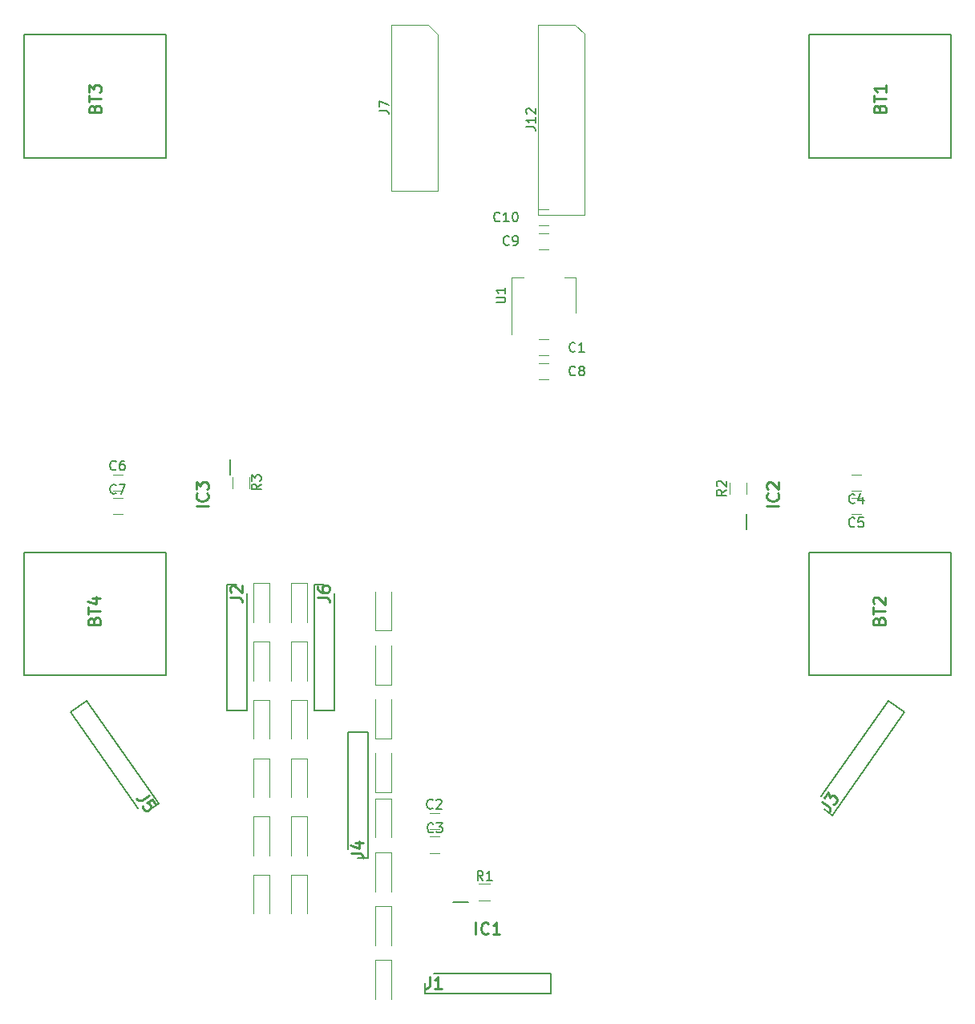
<source format=gto>
G04 #@! TF.GenerationSoftware,KiCad,Pcbnew,(5.0.0)*
G04 #@! TF.CreationDate,2019-01-07T17:19:25-08:00*
G04 #@! TF.ProjectId,Lights,4C69676874732E6B696361645F706362,rev?*
G04 #@! TF.SameCoordinates,Original*
G04 #@! TF.FileFunction,Legend,Top*
G04 #@! TF.FilePolarity,Positive*
%FSLAX46Y46*%
G04 Gerber Fmt 4.6, Leading zero omitted, Abs format (unit mm)*
G04 Created by KiCad (PCBNEW (5.0.0)) date 01/07/19 17:19:25*
%MOMM*%
%LPD*%
G01*
G04 APERTURE LIST*
%ADD10C,0.120000*%
%ADD11C,0.200000*%
%ADD12C,0.150000*%
%ADD13C,0.254000*%
G04 APERTURE END LIST*
D10*
G04 #@! TO.C,J12*
X57400000Y-140000D02*
X57400000Y-20200000D01*
X61300000Y-140000D02*
X57400000Y-140000D01*
X62300000Y-20200000D02*
X62300000Y-1140000D01*
X57400000Y-20200000D02*
X62300000Y-20200000D01*
X62300000Y-1140000D02*
X61300000Y-140000D01*
G04 #@! TO.C,D13*
X40171000Y-81191740D02*
X41871000Y-81191740D01*
X41871000Y-81141740D02*
X41871000Y-77091740D01*
X40171000Y-81141740D02*
X40171000Y-77091740D01*
D11*
G04 #@! TO.C,BT1*
X100997400Y-14201140D02*
X100997400Y-1201140D01*
X85997400Y-14201140D02*
X100997400Y-14201140D01*
X85997400Y-1201140D02*
X85997400Y-14201140D01*
X100997400Y-1201140D02*
X85997400Y-1201140D01*
G04 #@! TO.C,BT2*
X86005020Y-68880000D02*
X101005020Y-68880000D01*
X101005020Y-68880000D02*
X101005020Y-55880000D01*
X101005020Y-55880000D02*
X86005020Y-55880000D01*
X86005020Y-55880000D02*
X86005020Y-68880000D01*
G04 #@! TO.C,BT3*
X18137520Y-14201140D02*
X18137520Y-1201140D01*
X3137520Y-14201140D02*
X18137520Y-14201140D01*
X3137520Y-1201140D02*
X3137520Y-14201140D01*
X18137520Y-1201140D02*
X3137520Y-1201140D01*
G04 #@! TO.C,BT4*
X3137520Y-68880000D02*
X18137520Y-68880000D01*
X18137520Y-68880000D02*
X18137520Y-55880000D01*
X18137520Y-55880000D02*
X3137520Y-55880000D01*
X3137520Y-55880000D02*
X3137520Y-68880000D01*
D10*
G04 #@! TO.C,C1*
X58500000Y-33400000D02*
X57500000Y-33400000D01*
X57500000Y-35100000D02*
X58500000Y-35100000D01*
G04 #@! TO.C,C2*
X46944000Y-83400000D02*
X45944000Y-83400000D01*
X45944000Y-85100000D02*
X46944000Y-85100000D01*
G04 #@! TO.C,C3*
X46000000Y-87600000D02*
X47000000Y-87600000D01*
X47000000Y-85900000D02*
X46000000Y-85900000D01*
G04 #@! TO.C,C4*
X90500000Y-49350000D02*
X91500000Y-49350000D01*
X91500000Y-47650000D02*
X90500000Y-47650000D01*
G04 #@! TO.C,C5*
X91500000Y-50150000D02*
X90500000Y-50150000D01*
X90500000Y-51850000D02*
X91500000Y-51850000D01*
G04 #@! TO.C,C6*
X13500000Y-47650000D02*
X12500000Y-47650000D01*
X12500000Y-49350000D02*
X13500000Y-49350000D01*
G04 #@! TO.C,C7*
X12500000Y-51850000D02*
X13500000Y-51850000D01*
X13500000Y-50150000D02*
X12500000Y-50150000D01*
D11*
G04 #@! TO.C,IC1*
X48395000Y-92781000D02*
X49995000Y-92781000D01*
G04 #@! TO.C,IC2*
X79400000Y-53425000D02*
X79400000Y-51825000D01*
G04 #@! TO.C,IC3*
X24850000Y-46075000D02*
X24850000Y-47675000D01*
G04 #@! TO.C,J1*
X58710000Y-100318860D02*
X46355000Y-100318860D01*
X58710000Y-102418860D02*
X58710000Y-100318860D01*
X45430000Y-102418860D02*
X58710000Y-102418860D01*
X45430000Y-101368860D02*
X45430000Y-102418860D01*
G04 #@! TO.C,J2*
X25571018Y-59279000D02*
X24521018Y-59279000D01*
X24521018Y-59279000D02*
X24521018Y-72559000D01*
X24521018Y-72559000D02*
X26621018Y-72559000D01*
X26621018Y-72559000D02*
X26621018Y-60204000D01*
G04 #@! TO.C,J3*
X94392367Y-71532481D02*
X87305830Y-81653105D01*
X96112587Y-72736992D02*
X94392367Y-71532481D01*
X88495491Y-83615331D02*
X96112587Y-72736992D01*
X87635382Y-83013076D02*
X88495491Y-83615331D01*
G04 #@! TO.C,J4*
X38371018Y-88174000D02*
X39421018Y-88174000D01*
X39421018Y-88174000D02*
X39421018Y-74894000D01*
X39421018Y-74894000D02*
X37321018Y-74894000D01*
X37321018Y-74894000D02*
X37321018Y-87249000D01*
G04 #@! TO.C,J5*
X8027413Y-72736992D02*
X15113950Y-82857615D01*
X9747633Y-71532481D02*
X8027413Y-72736992D01*
X17364728Y-82410820D02*
X9747633Y-71532481D01*
X16504618Y-83013076D02*
X17364728Y-82410820D01*
G04 #@! TO.C,J6*
X34807220Y-59279000D02*
X33757220Y-59279000D01*
X33757220Y-59279000D02*
X33757220Y-72559000D01*
X33757220Y-72559000D02*
X35857220Y-72559000D01*
X35857220Y-72559000D02*
X35857220Y-60204000D01*
D10*
G04 #@! TO.C,J7*
X41900000Y-180000D02*
X41900000Y-17700000D01*
X45800000Y-180000D02*
X41900000Y-180000D01*
X46800000Y-17700000D02*
X46800000Y-1180000D01*
X41900000Y-17700000D02*
X46800000Y-17700000D01*
X46800000Y-1180000D02*
X45800000Y-180000D01*
G04 #@! TO.C,R1*
X51150000Y-90870000D02*
X52350000Y-90870000D01*
X52350000Y-92630000D02*
X51150000Y-92630000D01*
G04 #@! TO.C,R2*
X79380000Y-48500000D02*
X79380000Y-49700000D01*
X77620000Y-49700000D02*
X77620000Y-48500000D01*
G04 #@! TO.C,R3*
X26880000Y-47900000D02*
X26880000Y-49100000D01*
X25120000Y-49100000D02*
X25120000Y-47900000D01*
G04 #@! TO.C,U1*
X54590000Y-32850000D02*
X54590000Y-26840000D01*
X61410000Y-30600000D02*
X61410000Y-26840000D01*
X54590000Y-26840000D02*
X55850000Y-26840000D01*
X61410000Y-26840000D02*
X60150000Y-26840000D01*
G04 #@! TO.C,C8*
X58500000Y-35900000D02*
X57500000Y-35900000D01*
X57500000Y-37600000D02*
X58500000Y-37600000D01*
G04 #@! TO.C,C9*
X57500000Y-23850000D02*
X58500000Y-23850000D01*
X58500000Y-22150000D02*
X57500000Y-22150000D01*
G04 #@! TO.C,C10*
X58500000Y-19650000D02*
X57500000Y-19650000D01*
X57500000Y-21350000D02*
X58500000Y-21350000D01*
G04 #@! TO.C,D1*
X29071000Y-59139100D02*
X27371000Y-59139100D01*
X27371000Y-59189100D02*
X27371000Y-63239100D01*
X29071000Y-59189100D02*
X29071000Y-63239100D01*
G04 #@! TO.C,D2*
X29071000Y-65296060D02*
X27371000Y-65296060D01*
X27371000Y-65346060D02*
X27371000Y-69396060D01*
X29071000Y-65346060D02*
X29071000Y-69396060D01*
G04 #@! TO.C,D3*
X29071000Y-71503020D02*
X29071000Y-75553020D01*
X27371000Y-71503020D02*
X27371000Y-75553020D01*
X29071000Y-71453020D02*
X27371000Y-71453020D01*
G04 #@! TO.C,D4*
X29071000Y-77609980D02*
X27371000Y-77609980D01*
X27371000Y-77659980D02*
X27371000Y-81709980D01*
X29071000Y-77659980D02*
X29071000Y-81709980D01*
G04 #@! TO.C,D5*
X29071000Y-83766940D02*
X27371000Y-83766940D01*
X27371000Y-83816940D02*
X27371000Y-87866940D01*
X29071000Y-83816940D02*
X29071000Y-87866940D01*
G04 #@! TO.C,D6*
X29071000Y-89973900D02*
X29071000Y-94023900D01*
X27371000Y-89973900D02*
X27371000Y-94023900D01*
X29071000Y-89923900D02*
X27371000Y-89923900D01*
G04 #@! TO.C,D9*
X41871000Y-98984900D02*
X41871000Y-103034900D01*
X40171000Y-98984900D02*
X40171000Y-103034900D01*
X41871000Y-98934900D02*
X40171000Y-98934900D01*
G04 #@! TO.C,D10*
X41871000Y-93247840D02*
X40171000Y-93247840D01*
X40171000Y-93297840D02*
X40171000Y-97347840D01*
X41871000Y-93297840D02*
X41871000Y-97347840D01*
G04 #@! TO.C,D11*
X41871000Y-87613320D02*
X41871000Y-91663320D01*
X40171000Y-87613320D02*
X40171000Y-91663320D01*
X41871000Y-87563320D02*
X40171000Y-87563320D01*
G04 #@! TO.C,D12*
X41871000Y-81876260D02*
X40171000Y-81876260D01*
X40171000Y-81926260D02*
X40171000Y-85976260D01*
X41871000Y-81926260D02*
X41871000Y-85976260D01*
G04 #@! TO.C,D14*
X40171000Y-75454680D02*
X40171000Y-71404680D01*
X41871000Y-75454680D02*
X41871000Y-71404680D01*
X40171000Y-75504680D02*
X41871000Y-75504680D01*
G04 #@! TO.C,D15*
X40171000Y-69770160D02*
X40171000Y-65720160D01*
X41871000Y-69770160D02*
X41871000Y-65720160D01*
X40171000Y-69820160D02*
X41871000Y-69820160D01*
G04 #@! TO.C,D16*
X40171000Y-64133100D02*
X41871000Y-64133100D01*
X41871000Y-64083100D02*
X41871000Y-60033100D01*
X40171000Y-64083100D02*
X40171000Y-60033100D01*
G04 #@! TO.C,D17*
X33008000Y-59189100D02*
X33008000Y-63239100D01*
X31308000Y-59189100D02*
X31308000Y-63239100D01*
X33008000Y-59139100D02*
X31308000Y-59139100D01*
G04 #@! TO.C,D18*
X33008000Y-65296060D02*
X31308000Y-65296060D01*
X31308000Y-65346060D02*
X31308000Y-69396060D01*
X33008000Y-65346060D02*
X33008000Y-69396060D01*
G04 #@! TO.C,D19*
X33008000Y-71503020D02*
X33008000Y-75553020D01*
X31308000Y-71503020D02*
X31308000Y-75553020D01*
X33008000Y-71453020D02*
X31308000Y-71453020D01*
G04 #@! TO.C,D20*
X33008000Y-77659980D02*
X33008000Y-81709980D01*
X31308000Y-77659980D02*
X31308000Y-81709980D01*
X33008000Y-77609980D02*
X31308000Y-77609980D01*
G04 #@! TO.C,D21*
X33008000Y-83766940D02*
X31308000Y-83766940D01*
X31308000Y-83816940D02*
X31308000Y-87866940D01*
X33008000Y-83816940D02*
X33008000Y-87866940D01*
G04 #@! TO.C,D22*
X33008000Y-89973900D02*
X33008000Y-94023900D01*
X31308000Y-89973900D02*
X31308000Y-94023900D01*
X33008000Y-89923900D02*
X31308000Y-89923900D01*
G04 #@! TO.C,J12*
D12*
X56142380Y-10939523D02*
X56856666Y-10939523D01*
X56999523Y-10987142D01*
X57094761Y-11082380D01*
X57142380Y-11225238D01*
X57142380Y-11320476D01*
X57142380Y-9939523D02*
X57142380Y-10510952D01*
X57142380Y-10225238D02*
X56142380Y-10225238D01*
X56285238Y-10320476D01*
X56380476Y-10415714D01*
X56428095Y-10510952D01*
X56237619Y-9558571D02*
X56190000Y-9510952D01*
X56142380Y-9415714D01*
X56142380Y-9177619D01*
X56190000Y-9082380D01*
X56237619Y-9034761D01*
X56332857Y-8987142D01*
X56428095Y-8987142D01*
X56570952Y-9034761D01*
X57142380Y-9606190D01*
X57142380Y-8987142D01*
G04 #@! TO.C,BT1*
D13*
X93435685Y-9007997D02*
X93496161Y-8826568D01*
X93556638Y-8766092D01*
X93677590Y-8705616D01*
X93859019Y-8705616D01*
X93979971Y-8766092D01*
X94040447Y-8826568D01*
X94100923Y-8947520D01*
X94100923Y-9431330D01*
X92830923Y-9431330D01*
X92830923Y-9007997D01*
X92891400Y-8887044D01*
X92951876Y-8826568D01*
X93072828Y-8766092D01*
X93193780Y-8766092D01*
X93314733Y-8826568D01*
X93375209Y-8887044D01*
X93435685Y-9007997D01*
X93435685Y-9431330D01*
X92830923Y-8342759D02*
X92830923Y-7617044D01*
X94100923Y-7979901D02*
X92830923Y-7979901D01*
X94100923Y-6528473D02*
X94100923Y-7254187D01*
X94100923Y-6891330D02*
X92830923Y-6891330D01*
X93012352Y-7012282D01*
X93133304Y-7133235D01*
X93193780Y-7254187D01*
G04 #@! TO.C,BT2*
X93385305Y-63068857D02*
X93445781Y-62887428D01*
X93506258Y-62826952D01*
X93627210Y-62766476D01*
X93808639Y-62766476D01*
X93929591Y-62826952D01*
X93990067Y-62887428D01*
X94050543Y-63008380D01*
X94050543Y-63492190D01*
X92780543Y-63492190D01*
X92780543Y-63068857D01*
X92841020Y-62947904D01*
X92901496Y-62887428D01*
X93022448Y-62826952D01*
X93143400Y-62826952D01*
X93264353Y-62887428D01*
X93324829Y-62947904D01*
X93385305Y-63068857D01*
X93385305Y-63492190D01*
X92780543Y-62403619D02*
X92780543Y-61677904D01*
X94050543Y-62040761D02*
X92780543Y-62040761D01*
X92901496Y-61315047D02*
X92841020Y-61254571D01*
X92780543Y-61133619D01*
X92780543Y-60831238D01*
X92841020Y-60710285D01*
X92901496Y-60649809D01*
X93022448Y-60589333D01*
X93143400Y-60589333D01*
X93324829Y-60649809D01*
X94050543Y-61375523D01*
X94050543Y-60589333D01*
G04 #@! TO.C,BT3*
X10575805Y-9007997D02*
X10636281Y-8826568D01*
X10696758Y-8766092D01*
X10817710Y-8705616D01*
X10999139Y-8705616D01*
X11120091Y-8766092D01*
X11180567Y-8826568D01*
X11241043Y-8947520D01*
X11241043Y-9431330D01*
X9971043Y-9431330D01*
X9971043Y-9007997D01*
X10031520Y-8887044D01*
X10091996Y-8826568D01*
X10212948Y-8766092D01*
X10333900Y-8766092D01*
X10454853Y-8826568D01*
X10515329Y-8887044D01*
X10575805Y-9007997D01*
X10575805Y-9431330D01*
X9971043Y-8342759D02*
X9971043Y-7617044D01*
X11241043Y-7979901D02*
X9971043Y-7979901D01*
X9971043Y-7314663D02*
X9971043Y-6528473D01*
X10454853Y-6951806D01*
X10454853Y-6770378D01*
X10515329Y-6649425D01*
X10575805Y-6588949D01*
X10696758Y-6528473D01*
X10999139Y-6528473D01*
X11120091Y-6588949D01*
X11180567Y-6649425D01*
X11241043Y-6770378D01*
X11241043Y-7133235D01*
X11180567Y-7254187D01*
X11120091Y-7314663D01*
G04 #@! TO.C,BT4*
X10517805Y-63068857D02*
X10578281Y-62887428D01*
X10638758Y-62826952D01*
X10759710Y-62766476D01*
X10941139Y-62766476D01*
X11062091Y-62826952D01*
X11122567Y-62887428D01*
X11183043Y-63008380D01*
X11183043Y-63492190D01*
X9913043Y-63492190D01*
X9913043Y-63068857D01*
X9973520Y-62947904D01*
X10033996Y-62887428D01*
X10154948Y-62826952D01*
X10275900Y-62826952D01*
X10396853Y-62887428D01*
X10457329Y-62947904D01*
X10517805Y-63068857D01*
X10517805Y-63492190D01*
X9913043Y-62403619D02*
X9913043Y-61677904D01*
X11183043Y-62040761D02*
X9913043Y-62040761D01*
X10336377Y-60710285D02*
X11183043Y-60710285D01*
X9852567Y-61012666D02*
X10759710Y-61315047D01*
X10759710Y-60528857D01*
G04 #@! TO.C,C1*
D12*
X61333333Y-34607142D02*
X61285714Y-34654761D01*
X61142857Y-34702380D01*
X61047619Y-34702380D01*
X60904761Y-34654761D01*
X60809523Y-34559523D01*
X60761904Y-34464285D01*
X60714285Y-34273809D01*
X60714285Y-34130952D01*
X60761904Y-33940476D01*
X60809523Y-33845238D01*
X60904761Y-33750000D01*
X61047619Y-33702380D01*
X61142857Y-33702380D01*
X61285714Y-33750000D01*
X61333333Y-33797619D01*
X62285714Y-34702380D02*
X61714285Y-34702380D01*
X62000000Y-34702380D02*
X62000000Y-33702380D01*
X61904761Y-33845238D01*
X61809523Y-33940476D01*
X61714285Y-33988095D01*
G04 #@! TO.C,C2*
X46277333Y-82857142D02*
X46229714Y-82904761D01*
X46086857Y-82952380D01*
X45991619Y-82952380D01*
X45848761Y-82904761D01*
X45753523Y-82809523D01*
X45705904Y-82714285D01*
X45658285Y-82523809D01*
X45658285Y-82380952D01*
X45705904Y-82190476D01*
X45753523Y-82095238D01*
X45848761Y-82000000D01*
X45991619Y-81952380D01*
X46086857Y-81952380D01*
X46229714Y-82000000D01*
X46277333Y-82047619D01*
X46658285Y-82047619D02*
X46705904Y-82000000D01*
X46801142Y-81952380D01*
X47039238Y-81952380D01*
X47134476Y-82000000D01*
X47182095Y-82047619D01*
X47229714Y-82142857D01*
X47229714Y-82238095D01*
X47182095Y-82380952D01*
X46610666Y-82952380D01*
X47229714Y-82952380D01*
G04 #@! TO.C,C3*
X46333333Y-85357142D02*
X46285714Y-85404761D01*
X46142857Y-85452380D01*
X46047619Y-85452380D01*
X45904761Y-85404761D01*
X45809523Y-85309523D01*
X45761904Y-85214285D01*
X45714285Y-85023809D01*
X45714285Y-84880952D01*
X45761904Y-84690476D01*
X45809523Y-84595238D01*
X45904761Y-84500000D01*
X46047619Y-84452380D01*
X46142857Y-84452380D01*
X46285714Y-84500000D01*
X46333333Y-84547619D01*
X46666666Y-84452380D02*
X47285714Y-84452380D01*
X46952380Y-84833333D01*
X47095238Y-84833333D01*
X47190476Y-84880952D01*
X47238095Y-84928571D01*
X47285714Y-85023809D01*
X47285714Y-85261904D01*
X47238095Y-85357142D01*
X47190476Y-85404761D01*
X47095238Y-85452380D01*
X46809523Y-85452380D01*
X46714285Y-85404761D01*
X46666666Y-85357142D01*
G04 #@! TO.C,C4*
X90833333Y-50607142D02*
X90785714Y-50654761D01*
X90642857Y-50702380D01*
X90547619Y-50702380D01*
X90404761Y-50654761D01*
X90309523Y-50559523D01*
X90261904Y-50464285D01*
X90214285Y-50273809D01*
X90214285Y-50130952D01*
X90261904Y-49940476D01*
X90309523Y-49845238D01*
X90404761Y-49750000D01*
X90547619Y-49702380D01*
X90642857Y-49702380D01*
X90785714Y-49750000D01*
X90833333Y-49797619D01*
X91690476Y-50035714D02*
X91690476Y-50702380D01*
X91452380Y-49654761D02*
X91214285Y-50369047D01*
X91833333Y-50369047D01*
G04 #@! TO.C,C5*
X90833333Y-53107142D02*
X90785714Y-53154761D01*
X90642857Y-53202380D01*
X90547619Y-53202380D01*
X90404761Y-53154761D01*
X90309523Y-53059523D01*
X90261904Y-52964285D01*
X90214285Y-52773809D01*
X90214285Y-52630952D01*
X90261904Y-52440476D01*
X90309523Y-52345238D01*
X90404761Y-52250000D01*
X90547619Y-52202380D01*
X90642857Y-52202380D01*
X90785714Y-52250000D01*
X90833333Y-52297619D01*
X91738095Y-52202380D02*
X91261904Y-52202380D01*
X91214285Y-52678571D01*
X91261904Y-52630952D01*
X91357142Y-52583333D01*
X91595238Y-52583333D01*
X91690476Y-52630952D01*
X91738095Y-52678571D01*
X91785714Y-52773809D01*
X91785714Y-53011904D01*
X91738095Y-53107142D01*
X91690476Y-53154761D01*
X91595238Y-53202380D01*
X91357142Y-53202380D01*
X91261904Y-53154761D01*
X91214285Y-53107142D01*
G04 #@! TO.C,C6*
X12833333Y-47107142D02*
X12785714Y-47154761D01*
X12642857Y-47202380D01*
X12547619Y-47202380D01*
X12404761Y-47154761D01*
X12309523Y-47059523D01*
X12261904Y-46964285D01*
X12214285Y-46773809D01*
X12214285Y-46630952D01*
X12261904Y-46440476D01*
X12309523Y-46345238D01*
X12404761Y-46250000D01*
X12547619Y-46202380D01*
X12642857Y-46202380D01*
X12785714Y-46250000D01*
X12833333Y-46297619D01*
X13690476Y-46202380D02*
X13500000Y-46202380D01*
X13404761Y-46250000D01*
X13357142Y-46297619D01*
X13261904Y-46440476D01*
X13214285Y-46630952D01*
X13214285Y-47011904D01*
X13261904Y-47107142D01*
X13309523Y-47154761D01*
X13404761Y-47202380D01*
X13595238Y-47202380D01*
X13690476Y-47154761D01*
X13738095Y-47107142D01*
X13785714Y-47011904D01*
X13785714Y-46773809D01*
X13738095Y-46678571D01*
X13690476Y-46630952D01*
X13595238Y-46583333D01*
X13404761Y-46583333D01*
X13309523Y-46630952D01*
X13261904Y-46678571D01*
X13214285Y-46773809D01*
G04 #@! TO.C,C7*
X12833333Y-49607142D02*
X12785714Y-49654761D01*
X12642857Y-49702380D01*
X12547619Y-49702380D01*
X12404761Y-49654761D01*
X12309523Y-49559523D01*
X12261904Y-49464285D01*
X12214285Y-49273809D01*
X12214285Y-49130952D01*
X12261904Y-48940476D01*
X12309523Y-48845238D01*
X12404761Y-48750000D01*
X12547619Y-48702380D01*
X12642857Y-48702380D01*
X12785714Y-48750000D01*
X12833333Y-48797619D01*
X13166666Y-48702380D02*
X13833333Y-48702380D01*
X13404761Y-49702380D01*
G04 #@! TO.C,IC1*
D13*
X50830238Y-96205523D02*
X50830238Y-94935523D01*
X52160714Y-96084571D02*
X52100238Y-96145047D01*
X51918809Y-96205523D01*
X51797857Y-96205523D01*
X51616428Y-96145047D01*
X51495476Y-96024095D01*
X51435000Y-95903142D01*
X51374523Y-95661238D01*
X51374523Y-95479809D01*
X51435000Y-95237904D01*
X51495476Y-95116952D01*
X51616428Y-94996000D01*
X51797857Y-94935523D01*
X51918809Y-94935523D01*
X52100238Y-94996000D01*
X52160714Y-95056476D01*
X53370238Y-96205523D02*
X52644523Y-96205523D01*
X53007380Y-96205523D02*
X53007380Y-94935523D01*
X52886428Y-95116952D01*
X52765476Y-95237904D01*
X52644523Y-95298380D01*
G04 #@! TO.C,IC2*
X82824523Y-50989761D02*
X81554523Y-50989761D01*
X82703571Y-49659285D02*
X82764047Y-49719761D01*
X82824523Y-49901190D01*
X82824523Y-50022142D01*
X82764047Y-50203571D01*
X82643095Y-50324523D01*
X82522142Y-50385000D01*
X82280238Y-50445476D01*
X82098809Y-50445476D01*
X81856904Y-50385000D01*
X81735952Y-50324523D01*
X81615000Y-50203571D01*
X81554523Y-50022142D01*
X81554523Y-49901190D01*
X81615000Y-49719761D01*
X81675476Y-49659285D01*
X81675476Y-49175476D02*
X81615000Y-49115000D01*
X81554523Y-48994047D01*
X81554523Y-48691666D01*
X81615000Y-48570714D01*
X81675476Y-48510238D01*
X81796428Y-48449761D01*
X81917380Y-48449761D01*
X82098809Y-48510238D01*
X82824523Y-49235952D01*
X82824523Y-48449761D01*
G04 #@! TO.C,IC3*
X22574523Y-50989761D02*
X21304523Y-50989761D01*
X22453571Y-49659285D02*
X22514047Y-49719761D01*
X22574523Y-49901190D01*
X22574523Y-50022142D01*
X22514047Y-50203571D01*
X22393095Y-50324523D01*
X22272142Y-50385000D01*
X22030238Y-50445476D01*
X21848809Y-50445476D01*
X21606904Y-50385000D01*
X21485952Y-50324523D01*
X21365000Y-50203571D01*
X21304523Y-50022142D01*
X21304523Y-49901190D01*
X21365000Y-49719761D01*
X21425476Y-49659285D01*
X21304523Y-49235952D02*
X21304523Y-48449761D01*
X21788333Y-48873095D01*
X21788333Y-48691666D01*
X21848809Y-48570714D01*
X21909285Y-48510238D01*
X22030238Y-48449761D01*
X22332619Y-48449761D01*
X22453571Y-48510238D01*
X22514047Y-48570714D01*
X22574523Y-48691666D01*
X22574523Y-49054523D01*
X22514047Y-49175476D01*
X22453571Y-49235952D01*
G04 #@! TO.C,J1*
X45931666Y-100673383D02*
X45931666Y-101580526D01*
X45871190Y-101761955D01*
X45750238Y-101882907D01*
X45568809Y-101943383D01*
X45447857Y-101943383D01*
X47201666Y-101943383D02*
X46475952Y-101943383D01*
X46838809Y-101943383D02*
X46838809Y-100673383D01*
X46717857Y-100854812D01*
X46596904Y-100975764D01*
X46475952Y-101036240D01*
G04 #@! TO.C,J2*
X24875541Y-60627333D02*
X25782684Y-60627333D01*
X25964113Y-60687809D01*
X26085065Y-60808761D01*
X26145541Y-60990190D01*
X26145541Y-61111142D01*
X24996494Y-60083047D02*
X24936018Y-60022571D01*
X24875541Y-59901619D01*
X24875541Y-59599238D01*
X24936018Y-59478285D01*
X24996494Y-59417809D01*
X25117446Y-59357333D01*
X25238398Y-59357333D01*
X25419827Y-59417809D01*
X26145541Y-60143523D01*
X26145541Y-59357333D01*
G04 #@! TO.C,J3*
X87353425Y-82203225D02*
X88096513Y-82723541D01*
X88210443Y-82877143D01*
X88240145Y-83045597D01*
X88185622Y-83228902D01*
X88116246Y-83327981D01*
X87630926Y-81806912D02*
X88081867Y-81162902D01*
X88235366Y-81787178D01*
X88339429Y-81638561D01*
X88458344Y-81574170D01*
X88542571Y-81559318D01*
X88676337Y-81579155D01*
X88924033Y-81752593D01*
X88988424Y-81871508D01*
X89003275Y-81955735D01*
X88983439Y-82089501D01*
X88775313Y-82386736D01*
X88656398Y-82451127D01*
X88572171Y-82465978D01*
G04 #@! TO.C,J4*
X37675541Y-87672333D02*
X38582684Y-87672333D01*
X38764113Y-87732809D01*
X38885065Y-87853761D01*
X38945541Y-88035190D01*
X38945541Y-88156142D01*
X38098875Y-86523285D02*
X38945541Y-86523285D01*
X37615065Y-86825666D02*
X38522208Y-87128047D01*
X38522208Y-86341857D01*
G04 #@! TO.C,J5*
X16300946Y-81509676D02*
X15557858Y-82029992D01*
X15374553Y-82084516D01*
X15206099Y-82054813D01*
X15052497Y-81940883D01*
X14983121Y-81841805D01*
X16994701Y-82500460D02*
X16647823Y-82005068D01*
X16117744Y-82302406D01*
X16201971Y-82317258D01*
X16320885Y-82381648D01*
X16494324Y-82629344D01*
X16514160Y-82763111D01*
X16499309Y-82847337D01*
X16434918Y-82966252D01*
X16187222Y-83139691D01*
X16053456Y-83159527D01*
X15969229Y-83144675D01*
X15850314Y-83080285D01*
X15676876Y-82832589D01*
X15657039Y-82698823D01*
X15671891Y-82614596D01*
G04 #@! TO.C,J6*
X34111743Y-60627333D02*
X35018886Y-60627333D01*
X35200315Y-60687809D01*
X35321267Y-60808761D01*
X35381743Y-60990190D01*
X35381743Y-61111142D01*
X34111743Y-59478285D02*
X34111743Y-59720190D01*
X34172220Y-59841142D01*
X34232696Y-59901619D01*
X34414124Y-60022571D01*
X34656029Y-60083047D01*
X35139839Y-60083047D01*
X35260791Y-60022571D01*
X35321267Y-59962095D01*
X35381743Y-59841142D01*
X35381743Y-59599238D01*
X35321267Y-59478285D01*
X35260791Y-59417809D01*
X35139839Y-59357333D01*
X34837458Y-59357333D01*
X34716505Y-59417809D01*
X34656029Y-59478285D01*
X34595553Y-59599238D01*
X34595553Y-59841142D01*
X34656029Y-59962095D01*
X34716505Y-60022571D01*
X34837458Y-60083047D01*
G04 #@! TO.C,J7*
D12*
X40642380Y-9233333D02*
X41356666Y-9233333D01*
X41499523Y-9280952D01*
X41594761Y-9376190D01*
X41642380Y-9519047D01*
X41642380Y-9614285D01*
X40642380Y-8852380D02*
X40642380Y-8185714D01*
X41642380Y-8614285D01*
G04 #@! TO.C,R1*
X51583333Y-90502380D02*
X51250000Y-90026190D01*
X51011904Y-90502380D02*
X51011904Y-89502380D01*
X51392857Y-89502380D01*
X51488095Y-89550000D01*
X51535714Y-89597619D01*
X51583333Y-89692857D01*
X51583333Y-89835714D01*
X51535714Y-89930952D01*
X51488095Y-89978571D01*
X51392857Y-90026190D01*
X51011904Y-90026190D01*
X52535714Y-90502380D02*
X51964285Y-90502380D01*
X52250000Y-90502380D02*
X52250000Y-89502380D01*
X52154761Y-89645238D01*
X52059523Y-89740476D01*
X51964285Y-89788095D01*
G04 #@! TO.C,R2*
X77252380Y-49266666D02*
X76776190Y-49600000D01*
X77252380Y-49838095D02*
X76252380Y-49838095D01*
X76252380Y-49457142D01*
X76300000Y-49361904D01*
X76347619Y-49314285D01*
X76442857Y-49266666D01*
X76585714Y-49266666D01*
X76680952Y-49314285D01*
X76728571Y-49361904D01*
X76776190Y-49457142D01*
X76776190Y-49838095D01*
X76347619Y-48885714D02*
X76300000Y-48838095D01*
X76252380Y-48742857D01*
X76252380Y-48504761D01*
X76300000Y-48409523D01*
X76347619Y-48361904D01*
X76442857Y-48314285D01*
X76538095Y-48314285D01*
X76680952Y-48361904D01*
X77252380Y-48933333D01*
X77252380Y-48314285D01*
G04 #@! TO.C,R3*
X28152380Y-48666666D02*
X27676190Y-49000000D01*
X28152380Y-49238095D02*
X27152380Y-49238095D01*
X27152380Y-48857142D01*
X27200000Y-48761904D01*
X27247619Y-48714285D01*
X27342857Y-48666666D01*
X27485714Y-48666666D01*
X27580952Y-48714285D01*
X27628571Y-48761904D01*
X27676190Y-48857142D01*
X27676190Y-49238095D01*
X27152380Y-48333333D02*
X27152380Y-47714285D01*
X27533333Y-48047619D01*
X27533333Y-47904761D01*
X27580952Y-47809523D01*
X27628571Y-47761904D01*
X27723809Y-47714285D01*
X27961904Y-47714285D01*
X28057142Y-47761904D01*
X28104761Y-47809523D01*
X28152380Y-47904761D01*
X28152380Y-48190476D01*
X28104761Y-48285714D01*
X28057142Y-48333333D01*
G04 #@! TO.C,U1*
X52952380Y-29511904D02*
X53761904Y-29511904D01*
X53857142Y-29464285D01*
X53904761Y-29416666D01*
X53952380Y-29321428D01*
X53952380Y-29130952D01*
X53904761Y-29035714D01*
X53857142Y-28988095D01*
X53761904Y-28940476D01*
X52952380Y-28940476D01*
X53952380Y-27940476D02*
X53952380Y-28511904D01*
X53952380Y-28226190D02*
X52952380Y-28226190D01*
X53095238Y-28321428D01*
X53190476Y-28416666D01*
X53238095Y-28511904D01*
G04 #@! TO.C,C8*
X61333333Y-37107142D02*
X61285714Y-37154761D01*
X61142857Y-37202380D01*
X61047619Y-37202380D01*
X60904761Y-37154761D01*
X60809523Y-37059523D01*
X60761904Y-36964285D01*
X60714285Y-36773809D01*
X60714285Y-36630952D01*
X60761904Y-36440476D01*
X60809523Y-36345238D01*
X60904761Y-36250000D01*
X61047619Y-36202380D01*
X61142857Y-36202380D01*
X61285714Y-36250000D01*
X61333333Y-36297619D01*
X61904761Y-36630952D02*
X61809523Y-36583333D01*
X61761904Y-36535714D01*
X61714285Y-36440476D01*
X61714285Y-36392857D01*
X61761904Y-36297619D01*
X61809523Y-36250000D01*
X61904761Y-36202380D01*
X62095238Y-36202380D01*
X62190476Y-36250000D01*
X62238095Y-36297619D01*
X62285714Y-36392857D01*
X62285714Y-36440476D01*
X62238095Y-36535714D01*
X62190476Y-36583333D01*
X62095238Y-36630952D01*
X61904761Y-36630952D01*
X61809523Y-36678571D01*
X61761904Y-36726190D01*
X61714285Y-36821428D01*
X61714285Y-37011904D01*
X61761904Y-37107142D01*
X61809523Y-37154761D01*
X61904761Y-37202380D01*
X62095238Y-37202380D01*
X62190476Y-37154761D01*
X62238095Y-37107142D01*
X62285714Y-37011904D01*
X62285714Y-36821428D01*
X62238095Y-36726190D01*
X62190476Y-36678571D01*
X62095238Y-36630952D01*
G04 #@! TO.C,C9*
X54333333Y-23357142D02*
X54285714Y-23404761D01*
X54142857Y-23452380D01*
X54047619Y-23452380D01*
X53904761Y-23404761D01*
X53809523Y-23309523D01*
X53761904Y-23214285D01*
X53714285Y-23023809D01*
X53714285Y-22880952D01*
X53761904Y-22690476D01*
X53809523Y-22595238D01*
X53904761Y-22500000D01*
X54047619Y-22452380D01*
X54142857Y-22452380D01*
X54285714Y-22500000D01*
X54333333Y-22547619D01*
X54809523Y-23452380D02*
X55000000Y-23452380D01*
X55095238Y-23404761D01*
X55142857Y-23357142D01*
X55238095Y-23214285D01*
X55285714Y-23023809D01*
X55285714Y-22642857D01*
X55238095Y-22547619D01*
X55190476Y-22500000D01*
X55095238Y-22452380D01*
X54904761Y-22452380D01*
X54809523Y-22500000D01*
X54761904Y-22547619D01*
X54714285Y-22642857D01*
X54714285Y-22880952D01*
X54761904Y-22976190D01*
X54809523Y-23023809D01*
X54904761Y-23071428D01*
X55095238Y-23071428D01*
X55190476Y-23023809D01*
X55238095Y-22976190D01*
X55285714Y-22880952D01*
G04 #@! TO.C,C10*
X53357142Y-20857142D02*
X53309523Y-20904761D01*
X53166666Y-20952380D01*
X53071428Y-20952380D01*
X52928571Y-20904761D01*
X52833333Y-20809523D01*
X52785714Y-20714285D01*
X52738095Y-20523809D01*
X52738095Y-20380952D01*
X52785714Y-20190476D01*
X52833333Y-20095238D01*
X52928571Y-20000000D01*
X53071428Y-19952380D01*
X53166666Y-19952380D01*
X53309523Y-20000000D01*
X53357142Y-20047619D01*
X54309523Y-20952380D02*
X53738095Y-20952380D01*
X54023809Y-20952380D02*
X54023809Y-19952380D01*
X53928571Y-20095238D01*
X53833333Y-20190476D01*
X53738095Y-20238095D01*
X54928571Y-19952380D02*
X55023809Y-19952380D01*
X55119047Y-20000000D01*
X55166666Y-20047619D01*
X55214285Y-20142857D01*
X55261904Y-20333333D01*
X55261904Y-20571428D01*
X55214285Y-20761904D01*
X55166666Y-20857142D01*
X55119047Y-20904761D01*
X55023809Y-20952380D01*
X54928571Y-20952380D01*
X54833333Y-20904761D01*
X54785714Y-20857142D01*
X54738095Y-20761904D01*
X54690476Y-20571428D01*
X54690476Y-20333333D01*
X54738095Y-20142857D01*
X54785714Y-20047619D01*
X54833333Y-20000000D01*
X54928571Y-19952380D01*
G04 #@! TD*
M02*

</source>
